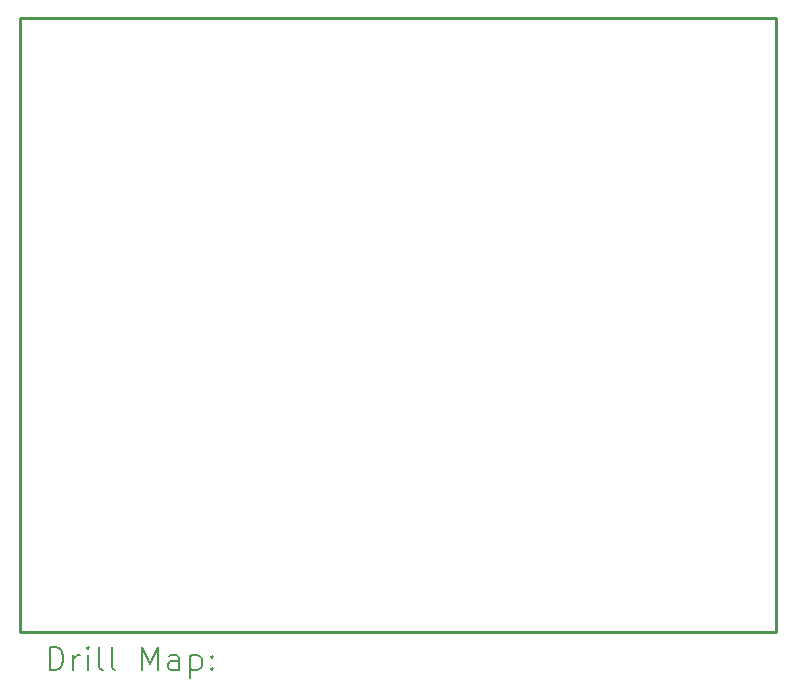
<source format=gbr>
%TF.GenerationSoftware,KiCad,Pcbnew,7.0.10-7.0.10~ubuntu22.04.1*%
%TF.CreationDate,2024-06-11T12:22:07+02:00*%
%TF.ProjectId,PQ_BotBoard,50515f42-6f74-4426-9f61-72642e6b6963,rev?*%
%TF.SameCoordinates,Original*%
%TF.FileFunction,Drillmap*%
%TF.FilePolarity,Positive*%
%FSLAX45Y45*%
G04 Gerber Fmt 4.5, Leading zero omitted, Abs format (unit mm)*
G04 Created by KiCad (PCBNEW 7.0.10-7.0.10~ubuntu22.04.1) date 2024-06-11 12:22:07*
%MOMM*%
%LPD*%
G01*
G04 APERTURE LIST*
%ADD10C,0.254000*%
%ADD11C,0.200000*%
G04 APERTURE END LIST*
D10*
X13400000Y-8300000D02*
X7000000Y-8300000D01*
X13400000Y-3100000D02*
X13400000Y-8300000D01*
X7000000Y-3100000D02*
X13400000Y-3100000D01*
X7000000Y-8300000D02*
X7000000Y-3100000D01*
D11*
X7248077Y-8624184D02*
X7248077Y-8424184D01*
X7248077Y-8424184D02*
X7295696Y-8424184D01*
X7295696Y-8424184D02*
X7324267Y-8433708D01*
X7324267Y-8433708D02*
X7343315Y-8452755D01*
X7343315Y-8452755D02*
X7352839Y-8471803D01*
X7352839Y-8471803D02*
X7362362Y-8509898D01*
X7362362Y-8509898D02*
X7362362Y-8538470D01*
X7362362Y-8538470D02*
X7352839Y-8576565D01*
X7352839Y-8576565D02*
X7343315Y-8595612D01*
X7343315Y-8595612D02*
X7324267Y-8614660D01*
X7324267Y-8614660D02*
X7295696Y-8624184D01*
X7295696Y-8624184D02*
X7248077Y-8624184D01*
X7448077Y-8624184D02*
X7448077Y-8490850D01*
X7448077Y-8528946D02*
X7457601Y-8509898D01*
X7457601Y-8509898D02*
X7467124Y-8500374D01*
X7467124Y-8500374D02*
X7486172Y-8490850D01*
X7486172Y-8490850D02*
X7505220Y-8490850D01*
X7571886Y-8624184D02*
X7571886Y-8490850D01*
X7571886Y-8424184D02*
X7562362Y-8433708D01*
X7562362Y-8433708D02*
X7571886Y-8443231D01*
X7571886Y-8443231D02*
X7581410Y-8433708D01*
X7581410Y-8433708D02*
X7571886Y-8424184D01*
X7571886Y-8424184D02*
X7571886Y-8443231D01*
X7695696Y-8624184D02*
X7676648Y-8614660D01*
X7676648Y-8614660D02*
X7667124Y-8595612D01*
X7667124Y-8595612D02*
X7667124Y-8424184D01*
X7800458Y-8624184D02*
X7781410Y-8614660D01*
X7781410Y-8614660D02*
X7771886Y-8595612D01*
X7771886Y-8595612D02*
X7771886Y-8424184D01*
X8029029Y-8624184D02*
X8029029Y-8424184D01*
X8029029Y-8424184D02*
X8095696Y-8567041D01*
X8095696Y-8567041D02*
X8162362Y-8424184D01*
X8162362Y-8424184D02*
X8162362Y-8624184D01*
X8343315Y-8624184D02*
X8343315Y-8519422D01*
X8343315Y-8519422D02*
X8333791Y-8500374D01*
X8333791Y-8500374D02*
X8314743Y-8490850D01*
X8314743Y-8490850D02*
X8276648Y-8490850D01*
X8276648Y-8490850D02*
X8257601Y-8500374D01*
X8343315Y-8614660D02*
X8324267Y-8624184D01*
X8324267Y-8624184D02*
X8276648Y-8624184D01*
X8276648Y-8624184D02*
X8257601Y-8614660D01*
X8257601Y-8614660D02*
X8248077Y-8595612D01*
X8248077Y-8595612D02*
X8248077Y-8576565D01*
X8248077Y-8576565D02*
X8257601Y-8557517D01*
X8257601Y-8557517D02*
X8276648Y-8547993D01*
X8276648Y-8547993D02*
X8324267Y-8547993D01*
X8324267Y-8547993D02*
X8343315Y-8538470D01*
X8438553Y-8490850D02*
X8438553Y-8690850D01*
X8438553Y-8500374D02*
X8457601Y-8490850D01*
X8457601Y-8490850D02*
X8495696Y-8490850D01*
X8495696Y-8490850D02*
X8514744Y-8500374D01*
X8514744Y-8500374D02*
X8524267Y-8509898D01*
X8524267Y-8509898D02*
X8533791Y-8528946D01*
X8533791Y-8528946D02*
X8533791Y-8586089D01*
X8533791Y-8586089D02*
X8524267Y-8605136D01*
X8524267Y-8605136D02*
X8514744Y-8614660D01*
X8514744Y-8614660D02*
X8495696Y-8624184D01*
X8495696Y-8624184D02*
X8457601Y-8624184D01*
X8457601Y-8624184D02*
X8438553Y-8614660D01*
X8619505Y-8605136D02*
X8629029Y-8614660D01*
X8629029Y-8614660D02*
X8619505Y-8624184D01*
X8619505Y-8624184D02*
X8609982Y-8614660D01*
X8609982Y-8614660D02*
X8619505Y-8605136D01*
X8619505Y-8605136D02*
X8619505Y-8624184D01*
X8619505Y-8500374D02*
X8629029Y-8509898D01*
X8629029Y-8509898D02*
X8619505Y-8519422D01*
X8619505Y-8519422D02*
X8609982Y-8509898D01*
X8609982Y-8509898D02*
X8619505Y-8500374D01*
X8619505Y-8500374D02*
X8619505Y-8519422D01*
M02*

</source>
